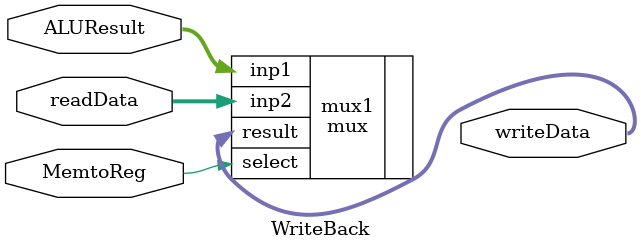
<source format=v>
`timescale 1ns / 1ps

module WriteBack
	(
	input MemtoReg,
	input [31:0] readData,
	input [31:0] ALUResult,
	
	output wire [31:0]writeData
    );
	
	mux mux1 (
		.inp1(ALUResult), 
		.inp2(readData), 
		.select(MemtoReg), 
		.result(writeData)
	);
	
endmodule

</source>
